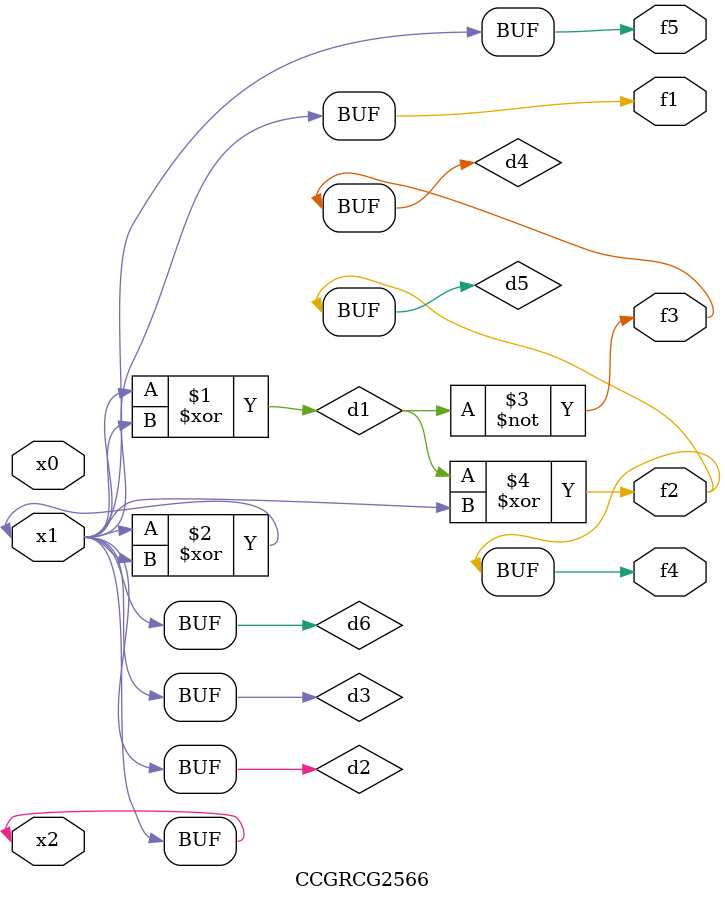
<source format=v>
module CCGRCG2566(
	input x0, x1, x2,
	output f1, f2, f3, f4, f5
);

	wire d1, d2, d3, d4, d5, d6;

	xor (d1, x1, x2);
	buf (d2, x1, x2);
	xor (d3, x1, x2);
	nor (d4, d1);
	xor (d5, d1, d2);
	buf (d6, d2, d3);
	assign f1 = d6;
	assign f2 = d5;
	assign f3 = d4;
	assign f4 = d5;
	assign f5 = d6;
endmodule

</source>
